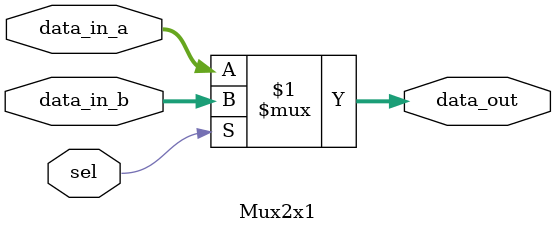
<source format=v>
module Mux2x1 #( parameter DATA_WIDTH = 16)
(
input [DATA_WIDTH-1:0] data_in_a,
input [DATA_WIDTH-1:0] data_in_b,
input sel,
output [DATA_WIDTH-1:0] data_out
);
	
assign data_out = sel ? data_in_b : data_in_a;
	
endmodule
</source>
